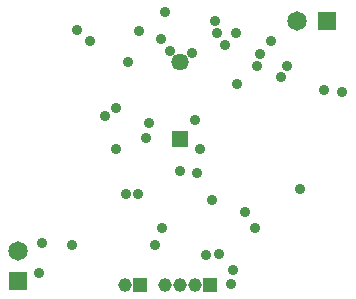
<source format=gbs>
G04*
G04 #@! TF.GenerationSoftware,Altium Limited,Altium Designer,18.0.9 (584)*
G04*
G04 Layer_Color=16711935*
%FSLAX25Y25*%
%MOIN*%
G70*
G01*
G75*
%ADD48C,0.05740*%
%ADD49R,0.05740X0.05740*%
%ADD50R,0.04528X0.04528*%
%ADD51C,0.04528*%
%ADD52C,0.06496*%
%ADD53R,0.06496X0.06496*%
%ADD54R,0.06496X0.06496*%
%ADD55C,0.03591*%
D48*
X159500Y178795D02*
D03*
D49*
Y153205D02*
D03*
D50*
X146000Y104500D02*
D03*
X169500D02*
D03*
D51*
X141000D02*
D03*
X164500D02*
D03*
X159500D02*
D03*
X154500D02*
D03*
D52*
X198500Y192500D02*
D03*
X105500Y116000D02*
D03*
D53*
X208500Y192500D02*
D03*
D54*
X105500Y106000D02*
D03*
D55*
X141950Y178860D02*
D03*
X154490Y195500D02*
D03*
X153000Y186500D02*
D03*
X163500Y182000D02*
D03*
X156130Y182570D02*
D03*
X170930Y192570D02*
D03*
X174420Y184630D02*
D03*
X178200Y188500D02*
D03*
X171600Y188400D02*
D03*
X185000Y177500D02*
D03*
X193000Y174000D02*
D03*
X195000Y177500D02*
D03*
X145730Y189060D02*
D03*
X134420Y160840D02*
D03*
X148000Y153500D02*
D03*
X189800Y185700D02*
D03*
X186000Y181500D02*
D03*
X149000Y158500D02*
D03*
X178500Y171500D02*
D03*
X159500Y142500D02*
D03*
X165000Y142000D02*
D03*
X172500Y114890D02*
D03*
X125000Y189500D02*
D03*
X177000Y109500D02*
D03*
X184500Y123500D02*
D03*
X166000Y150000D02*
D03*
X164500Y159500D02*
D03*
X153500Y123500D02*
D03*
X151000Y118000D02*
D03*
X145500Y135000D02*
D03*
X199500Y136500D02*
D03*
X138000Y163500D02*
D03*
Y150000D02*
D03*
X112500Y108500D02*
D03*
X113500Y118500D02*
D03*
X123500Y118000D02*
D03*
X207500Y169500D02*
D03*
X213500Y169000D02*
D03*
X181000Y129000D02*
D03*
X170000Y133000D02*
D03*
X168000Y114500D02*
D03*
X141500Y135000D02*
D03*
X129500Y186000D02*
D03*
X176500Y105000D02*
D03*
M02*

</source>
